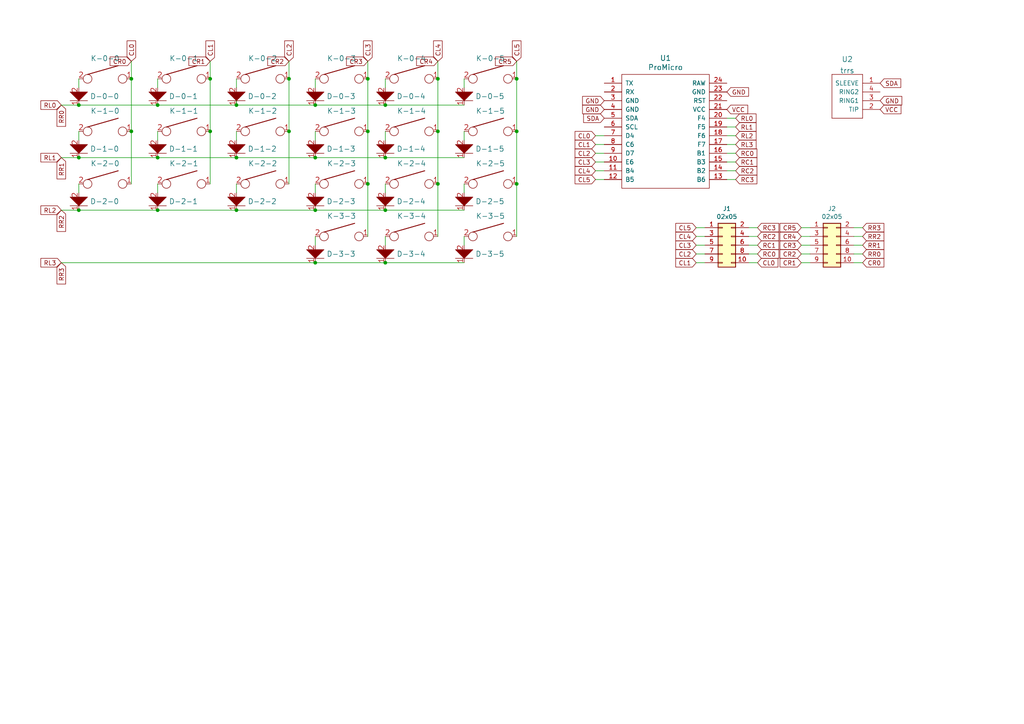
<source format=kicad_sch>
(kicad_sch (version 20211123) (generator eeschema)
  (paper "A4")
  (lib_symbols
    (symbol "kibod-01-rescue:D-keyboard_parts" (pin_names (offset 1.016))
      (property "Reference" "D" (at -3.81 -1.27 90))
      (symbol "D-keyboard_parts_0_1"
        (polyline (pts (xy -2.54 0) (xy 2.54 0)))
        (polyline (pts (xy 0 0) (xy -2.54 -2.54) (xy 2.54 -2.54) (xy 0 0)) (fill (type outline)))
      )
      (symbol "D-keyboard_parts_1_1"
        (pin passive line (at 0 1.27 270) (length 1.27) (name "~") (number "1"))
        (pin passive line (at 0 -3.81 90) (length 1.27) (name "~") (number "2"))
      )
    )
    (symbol "kibod-01-rescue:KEYSW-keyboard_parts" (pin_names (offset 1.016))
      (property "Reference" "K?" (at -1.27 0 0))
      (symbol "KEYSW-keyboard_parts_0_1"
        (circle (center -5.08 0) (radius 1.27))
        (polyline (pts (xy -5.08 1.27) (xy 3.81 3.81)) (stroke (width 0.254)))
        (circle (center 5.08 0) (radius 1.27))
      )
      (symbol "KEYSW-keyboard_parts_1_1"
        (pin passive line (at 7.62 0 180) (length 1.27) (name "~") (number "1"))
        (pin passive line (at -7.62 0 0) (length 1.27) (name "~") (number "2"))
      )
    )
    (symbol "kibod-01-rescue:ProMicro-promicro" (pin_names (offset 1.016))
      (property "Reference" "U" (at 0 24.13 0))
      (property "Value" "ProMicro-promicro" (at 0 -13.97 0))
      (symbol "ProMicro-promicro_0_1"
        (rectangle (start -12.7 21.59) (end 12.7 -11.43))
      )
      (symbol "ProMicro-promicro_1_1"
        (pin bidirectional line (at -17.78 19.05 0) (length 5.08) (name "TX") (number "1"))
        (pin bidirectional line (at -17.78 -3.81 0) (length 5.08) (name "E6") (number "10"))
        (pin bidirectional line (at -17.78 -6.35 0) (length 5.08) (name "B4") (number "11"))
        (pin bidirectional line (at -17.78 -8.89 0) (length 5.08) (name "B5") (number "12"))
        (pin bidirectional line (at 17.78 -8.89 180) (length 5.08) (name "B6") (number "13"))
        (pin bidirectional line (at 17.78 -6.35 180) (length 5.08) (name "B2") (number "14"))
        (pin bidirectional line (at 17.78 -3.81 180) (length 5.08) (name "B3") (number "15"))
        (pin bidirectional line (at 17.78 -1.27 180) (length 5.08) (name "B1") (number "16"))
        (pin bidirectional line (at 17.78 1.27 180) (length 5.08) (name "F7") (number "17"))
        (pin bidirectional line (at 17.78 3.81 180) (length 5.08) (name "F6") (number "18"))
        (pin bidirectional line (at 17.78 6.35 180) (length 5.08) (name "F5") (number "19"))
        (pin bidirectional line (at -17.78 16.51 0) (length 5.08) (name "RX") (number "2"))
        (pin bidirectional line (at 17.78 8.89 180) (length 5.08) (name "F4") (number "20"))
        (pin power_in line (at 17.78 11.43 180) (length 5.08) (name "VCC") (number "21"))
        (pin input line (at 17.78 13.97 180) (length 5.08) (name "RST") (number "22"))
        (pin power_in line (at 17.78 16.51 180) (length 5.08) (name "GND") (number "23"))
        (pin power_out line (at 17.78 19.05 180) (length 5.08) (name "RAW") (number "24"))
        (pin power_in line (at -17.78 13.97 0) (length 5.08) (name "GND") (number "3"))
        (pin power_in line (at -17.78 11.43 0) (length 5.08) (name "GND") (number "4"))
        (pin bidirectional line (at -17.78 8.89 0) (length 5.08) (name "SDA") (number "5"))
        (pin bidirectional line (at -17.78 6.35 0) (length 5.08) (name "SCL") (number "6"))
        (pin bidirectional line (at -17.78 3.81 0) (length 5.08) (name "D4") (number "7"))
        (pin bidirectional line (at -17.78 1.27 0) (length 5.08) (name "C6") (number "8"))
        (pin bidirectional line (at -17.78 -1.27 0) (length 5.08) (name "D7") (number "9"))
      )
    )
    (symbol "rick-kicad-lib:02x05" (pin_names (offset 1.016) hide)
      (property "Reference" "J" (at 1.27 7.62 0))
      (property "Value" "02x05" (at 1.27 -7.62 0))
      (symbol "02x05_1_1"
        (rectangle (start -1.27 -4.953) (end 0 -5.207) (stroke (width 0.1524)))
        (rectangle (start -1.27 -2.413) (end 0 -2.667) (stroke (width 0.1524)))
        (rectangle (start -1.27 0.127) (end 0 -0.127) (stroke (width 0.1524)))
        (rectangle (start -1.27 2.667) (end 0 2.413) (stroke (width 0.1524)))
        (rectangle (start -1.27 5.207) (end 0 4.953) (stroke (width 0.1524)))
        (rectangle (start -1.27 6.35) (end 3.81 -6.35) (stroke (width 0.254)) (fill (type background)))
        (rectangle (start 3.81 -4.953) (end 2.54 -5.207) (stroke (width 0.1524)))
        (rectangle (start 3.81 -2.413) (end 2.54 -2.667) (stroke (width 0.1524)))
        (rectangle (start 3.81 0.127) (end 2.54 -0.127) (stroke (width 0.1524)))
        (rectangle (start 3.81 2.667) (end 2.54 2.413) (stroke (width 0.1524)))
        (rectangle (start 3.81 5.207) (end 2.54 4.953) (stroke (width 0.1524)))
        (pin passive line (at -5.08 5.08 0) (length 3.81) (name "Pin_1") (number "1"))
        (pin passive line (at 7.62 -5.08 180) (length 3.81) (name "Pin_10") (number "10"))
        (pin passive line (at 7.62 5.08 180) (length 3.81) (name "Pin_2") (number "2"))
        (pin passive line (at -5.08 2.54 0) (length 3.81) (name "Pin_3") (number "3"))
        (pin passive line (at 7.62 2.54 180) (length 3.81) (name "Pin_4") (number "4"))
        (pin passive line (at -5.08 0 0) (length 3.81) (name "Pin_5") (number "5"))
        (pin passive line (at 7.62 0 180) (length 3.81) (name "Pin_6") (number "6"))
        (pin passive line (at -5.08 -2.54 0) (length 3.81) (name "Pin_7") (number "7"))
        (pin passive line (at 7.62 -2.54 180) (length 3.81) (name "Pin_8") (number "8"))
        (pin passive line (at -5.08 -5.08 0) (length 3.81) (name "Pin_9") (number "9"))
      )
    )
    (symbol "rick-kicad-lib:trrs" (pin_names (offset 1.016))
      (property "Reference" "U" (at 0 15.24 0))
      (property "Value" "trrs" (at 0 -2.54 0))
      (symbol "trrs_0_1"
        (rectangle (start -3.81 0) (end -3.81 12.7))
        (rectangle (start -3.81 12.7) (end 5.08 12.7))
        (rectangle (start 5.08 0) (end -3.81 0))
        (rectangle (start 5.08 12.7) (end 5.08 0))
      )
      (symbol "trrs_1_1"
        (pin input line (at -8.89 2.54 0) (length 5.08) (name "SLEEVE") (number "1"))
        (pin input line (at -8.89 10.16 0) (length 5.08) (name "TIP") (number "2"))
        (pin input line (at -8.89 7.62 0) (length 5.08) (name "RING1") (number "3"))
        (pin input line (at -8.89 5.08 0) (length 5.08) (name "RING2") (number "4"))
      )
    )
  )
  (junction (at 149.86 53.34))
  (junction (at 111.76 30.48))
  (junction (at 68.58 60.96))
  (junction (at 45.72 60.96))
  (junction (at 83.82 22.86))
  (junction (at 91.44 76.2))
  (junction (at 149.86 22.86))
  (junction (at 38.1 22.86))
  (junction (at 60.96 22.86))
  (junction (at 22.86 60.96))
  (junction (at 111.76 60.96))
  (junction (at 91.44 60.96))
  (junction (at 106.68 53.34))
  (junction (at 106.68 22.86))
  (junction (at 22.86 45.72))
  (junction (at 149.86 38.1))
  (junction (at 68.58 30.48))
  (junction (at 83.82 38.1))
  (junction (at 38.1 38.1))
  (junction (at 111.76 45.72))
  (junction (at 127 53.34))
  (junction (at 45.72 30.48))
  (junction (at 91.44 30.48))
  (junction (at 111.76 76.2))
  (junction (at 68.58 45.72))
  (junction (at 127 22.86))
  (junction (at 127 38.1))
  (junction (at 22.86 30.48))
  (junction (at 60.96 38.1))
  (junction (at 45.72 45.72))
  (junction (at 91.44 45.72))
  (junction (at 106.68 38.1))
  (wire (pts (xy 175.26 41.91) (xy 172.72 41.91)))
  (wire (pts (xy 149.86 53.34) (xy 149.86 68.58)))
  (wire (pts (xy 106.68 22.86) (xy 106.68 38.1)))
  (wire (pts (xy 22.86 53.34) (xy 22.86 55.88)))
  (wire (pts (xy 22.86 22.86) (xy 22.86 25.4)))
  (wire (pts (xy 83.82 17.78) (xy 83.82 22.86)))
  (wire (pts (xy 213.36 52.07) (xy 210.82 52.07)))
  (wire (pts (xy 111.76 22.86) (xy 111.76 25.4)))
  (wire (pts (xy 111.76 38.1) (xy 111.76 40.64)))
  (wire (pts (xy 111.76 68.58) (xy 111.76 71.12)))
  (wire (pts (xy 210.82 49.53) (xy 213.36 49.53)))
  (wire (pts (xy 45.72 53.34) (xy 45.72 55.88)))
  (wire (pts (xy 234.95 76.2) (xy 232.41 76.2)))
  (wire (pts (xy 60.96 38.1) (xy 60.96 53.34)))
  (wire (pts (xy 234.95 71.12) (xy 232.41 71.12)))
  (wire (pts (xy 250.19 71.12) (xy 247.65 71.12)))
  (wire (pts (xy 91.44 60.96) (xy 111.76 60.96)))
  (wire (pts (xy 45.72 60.96) (xy 68.58 60.96)))
  (wire (pts (xy 45.72 30.48) (xy 68.58 30.48)))
  (wire (pts (xy 149.86 17.78) (xy 149.86 22.86)))
  (wire (pts (xy 213.36 41.91) (xy 210.82 41.91)))
  (wire (pts (xy 91.44 68.58) (xy 91.44 71.12)))
  (wire (pts (xy 91.44 76.2) (xy 111.76 76.2)))
  (wire (pts (xy 45.72 38.1) (xy 45.72 40.64)))
  (wire (pts (xy 172.72 52.07) (xy 175.26 52.07)))
  (wire (pts (xy 83.82 22.86) (xy 83.82 38.1)))
  (wire (pts (xy 106.68 53.34) (xy 106.68 68.58)))
  (wire (pts (xy 68.58 22.86) (xy 68.58 25.4)))
  (wire (pts (xy 134.62 68.58) (xy 134.62 71.12)))
  (wire (pts (xy 106.68 53.34) (xy 106.68 38.1)))
  (wire (pts (xy 91.44 53.34) (xy 91.44 55.88)))
  (wire (pts (xy 17.78 76.2) (xy 91.44 76.2)))
  (wire (pts (xy 111.76 53.34) (xy 111.76 55.88)))
  (wire (pts (xy 219.71 66.04) (xy 217.17 66.04)))
  (wire (pts (xy 68.58 60.96) (xy 91.44 60.96)))
  (wire (pts (xy 217.17 73.66) (xy 219.71 73.66)))
  (wire (pts (xy 172.72 49.53) (xy 175.26 49.53)))
  (wire (pts (xy 111.76 76.2) (xy 134.62 76.2)))
  (wire (pts (xy 17.78 30.48) (xy 22.86 30.48)))
  (wire (pts (xy 127 38.1) (xy 127 53.34)))
  (wire (pts (xy 210.82 44.45) (xy 213.36 44.45)))
  (wire (pts (xy 219.71 76.2) (xy 217.17 76.2)))
  (wire (pts (xy 91.44 30.48) (xy 111.76 30.48)))
  (wire (pts (xy 201.93 68.58) (xy 204.47 68.58)))
  (wire (pts (xy 38.1 53.34) (xy 38.1 38.1)))
  (wire (pts (xy 83.82 53.34) (xy 83.82 38.1)))
  (wire (pts (xy 250.19 66.04) (xy 247.65 66.04)))
  (wire (pts (xy 111.76 30.48) (xy 134.62 30.48)))
  (wire (pts (xy 91.44 45.72) (xy 111.76 45.72)))
  (wire (pts (xy 22.86 38.1) (xy 22.86 40.64)))
  (wire (pts (xy 127 17.78) (xy 127 22.86)))
  (wire (pts (xy 219.71 71.12) (xy 217.17 71.12)))
  (wire (pts (xy 172.72 44.45) (xy 175.26 44.45)))
  (wire (pts (xy 213.36 46.99) (xy 210.82 46.99)))
  (wire (pts (xy 134.62 22.86) (xy 134.62 25.4)))
  (wire (pts (xy 149.86 38.1) (xy 149.86 53.34)))
  (wire (pts (xy 22.86 60.96) (xy 17.78 60.96)))
  (wire (pts (xy 149.86 22.86) (xy 149.86 38.1)))
  (wire (pts (xy 106.68 17.78) (xy 106.68 22.86)))
  (wire (pts (xy 175.26 46.99) (xy 172.72 46.99)))
  (wire (pts (xy 134.62 53.34) (xy 134.62 55.88)))
  (wire (pts (xy 172.72 39.37) (xy 175.26 39.37)))
  (wire (pts (xy 22.86 30.48) (xy 45.72 30.48)))
  (wire (pts (xy 213.36 36.83) (xy 210.82 36.83)))
  (wire (pts (xy 134.62 38.1) (xy 134.62 40.64)))
  (wire (pts (xy 22.86 45.72) (xy 17.78 45.72)))
  (wire (pts (xy 204.47 66.04) (xy 201.93 66.04)))
  (wire (pts (xy 250.19 68.58) (xy 247.65 68.58)))
  (wire (pts (xy 38.1 22.86) (xy 38.1 17.78)))
  (wire (pts (xy 232.41 73.66) (xy 234.95 73.66)))
  (wire (pts (xy 204.47 71.12) (xy 201.93 71.12)))
  (wire (pts (xy 127 22.86) (xy 127 38.1)))
  (wire (pts (xy 91.44 38.1) (xy 91.44 40.64)))
  (wire (pts (xy 201.93 73.66) (xy 204.47 73.66)))
  (wire (pts (xy 250.19 76.2) (xy 247.65 76.2)))
  (wire (pts (xy 204.47 76.2) (xy 201.93 76.2)))
  (wire (pts (xy 68.58 29.21) (xy 68.58 30.48)))
  (wire (pts (xy 210.82 39.37) (xy 213.36 39.37)))
  (wire (pts (xy 45.72 22.86) (xy 45.72 25.4)))
  (wire (pts (xy 217.17 68.58) (xy 219.71 68.58)))
  (wire (pts (xy 91.44 45.72) (xy 68.58 45.72)))
  (wire (pts (xy 38.1 22.86) (xy 38.1 38.1)))
  (wire (pts (xy 127 53.34) (xy 127 68.58)))
  (wire (pts (xy 111.76 60.96) (xy 134.62 60.96)))
  (wire (pts (xy 111.76 45.72) (xy 134.62 45.72)))
  (wire (pts (xy 60.96 22.86) (xy 60.96 38.1)))
  (wire (pts (xy 234.95 66.04) (xy 232.41 66.04)))
  (wire (pts (xy 68.58 53.34) (xy 68.58 55.88)))
  (wire (pts (xy 60.96 22.86) (xy 60.96 17.78)))
  (wire (pts (xy 232.41 68.58) (xy 234.95 68.58)))
  (wire (pts (xy 22.86 45.72) (xy 45.72 45.72)))
  (wire (pts (xy 91.44 22.86) (xy 91.44 25.4)))
  (wire (pts (xy 210.82 34.29) (xy 213.36 34.29)))
  (wire (pts (xy 68.58 38.1) (xy 68.58 40.64)))
  (wire (pts (xy 45.72 45.72) (xy 68.58 45.72)))
  (wire (pts (xy 22.86 60.96) (xy 45.72 60.96)))
  (wire (pts (xy 250.19 73.66) (xy 247.65 73.66)))
  (wire (pts (xy 68.58 30.48) (xy 91.44 30.48)))
  (global_label "RR0" (shape input) (at 250.19 73.66 0) (property "Intersheet References" "${INTERSHEET_REFS}" (effects hide)))
  (global_label "SDA" (shape input) (at 255.27 24.13 0) (property "Intersheet References" "${INTERSHEET_REFS}" (effects hide)))
  (global_label "RL3" (shape input) (at 213.36 41.91 0) (property "Intersheet References" "${INTERSHEET_REFS}" (effects hide)))
  (global_label "RL2" (shape input) (at 17.78 60.96 180) (property "Intersheet References" "${INTERSHEET_REFS}" (effects hide)))
  (global_label "RR3" (shape input) (at 17.78 76.2 270) (property "Intersheet References" "${INTERSHEET_REFS}" (effects hide)))
  (global_label "CR1" (shape input) (at 232.41 76.2 180) (property "Intersheet References" "${INTERSHEET_REFS}" (effects hide)))
  (global_label "RL1" (shape input) (at 213.36 36.83 0) (property "Intersheet References" "${INTERSHEET_REFS}" (effects hide)))
  (global_label "CR3" (shape input) (at 106.68 17.78 180) (property "Intersheet References" "${INTERSHEET_REFS}" (effects hide)))
  (global_label "GND" (shape input) (at 255.27 29.21 0) (property "Intersheet References" "${INTERSHEET_REFS}" (effects hide)))
  (global_label "CR0" (shape input) (at 38.1 17.78 180) (property "Intersheet References" "${INTERSHEET_REFS}" (effects hide)))
  (global_label "VCC" (shape input) (at 255.27 31.75 0) (property "Intersheet References" "${INTERSHEET_REFS}" (effects hide)))
  (global_label "CR2" (shape input) (at 83.82 17.78 180) (property "Intersheet References" "${INTERSHEET_REFS}" (effects hide)))
  (global_label "RL2" (shape input) (at 213.36 39.37 0) (property "Intersheet References" "${INTERSHEET_REFS}" (effects hide)))
  (global_label "CL5" (shape input) (at 201.93 66.04 180) (property "Intersheet References" "${INTERSHEET_REFS}" (effects hide)))
  (global_label "RR3" (shape input) (at 250.19 66.04 0) (property "Intersheet References" "${INTERSHEET_REFS}" (effects hide)))
  (global_label "CR4" (shape input) (at 127 17.78 180) (property "Intersheet References" "${INTERSHEET_REFS}" (effects hide)))
  (global_label "CR5" (shape input) (at 149.86 17.78 180) (property "Intersheet References" "${INTERSHEET_REFS}" (effects hide)))
  (global_label "GND" (shape input) (at 175.26 31.75 180) (property "Intersheet References" "${INTERSHEET_REFS}" (effects hide)))
  (global_label "CL2" (shape input) (at 172.72 44.45 180) (property "Intersheet References" "${INTERSHEET_REFS}" (effects hide)))
  (global_label "CL3" (shape input) (at 201.93 71.12 180) (property "Intersheet References" "${INTERSHEET_REFS}" (effects hide)))
  (global_label "RC0" (shape input) (at 213.36 44.45 0) (property "Intersheet References" "${INTERSHEET_REFS}" (effects hide)))
  (global_label "CL1" (shape input) (at 60.96 17.78 90) (property "Intersheet References" "${INTERSHEET_REFS}" (effects hide)))
  (global_label "CL0" (shape input) (at 38.1 17.78 90) (property "Intersheet References" "${INTERSHEET_REFS}" (effects hide)))
  (global_label "GND" (shape input) (at 175.26 29.21 180) (property "Intersheet References" "${INTERSHEET_REFS}" (effects hide)))
  (global_label "CR3" (shape input) (at 232.41 71.12 180) (property "Intersheet References" "${INTERSHEET_REFS}" (effects hide)))
  (global_label "CR1" (shape input) (at 60.96 17.78 180) (property "Intersheet References" "${INTERSHEET_REFS}" (effects hide)))
  (global_label "SDA" (shape input) (at 175.26 34.29 180) (property "Intersheet References" "${INTERSHEET_REFS}" (effects hide)))
  (global_label "RR2" (shape input) (at 17.78 60.96 270) (property "Intersheet References" "${INTERSHEET_REFS}" (effects hide)))
  (global_label "GND" (shape input) (at 210.82 26.67 0) (property "Intersheet References" "${INTERSHEET_REFS}" (effects hide)))
  (global_label "RR0" (shape input) (at 17.78 30.48 270) (property "Intersheet References" "${INTERSHEET_REFS}" (effects hide)))
  (global_label "CL1" (shape input) (at 201.93 76.2 180) (property "Intersheet References" "${INTERSHEET_REFS}" (effects hide)))
  (global_label "CL5" (shape input) (at 149.86 17.78 90) (property "Intersheet References" "${INTERSHEET_REFS}" (effects hide)))
  (global_label "CL3" (shape input) (at 106.68 17.78 90) (property "Intersheet References" "${INTERSHEET_REFS}" (effects hide)))
  (global_label "RC0" (shape input) (at 219.71 73.66 0) (property "Intersheet References" "${INTERSHEET_REFS}" (effects hide)))
  (global_label "CL2" (shape input) (at 201.93 73.66 180) (property "Intersheet References" "${INTERSHEET_REFS}" (effects hide)))
  (global_label "CR4" (shape input) (at 232.41 68.58 180) (property "Intersheet References" "${INTERSHEET_REFS}" (effects hide)))
  (global_label "CL2" (shape input) (at 83.82 17.78 90) (property "Intersheet References" "${INTERSHEET_REFS}" (effects hide)))
  (global_label "CL0" (shape input) (at 219.71 76.2 0) (property "Intersheet References" "${INTERSHEET_REFS}" (effects hide)))
  (global_label "CL1" (shape input) (at 172.72 41.91 180) (property "Intersheet References" "${INTERSHEET_REFS}" (effects hide)))
  (global_label "CR2" (shape input) (at 232.41 73.66 180) (property "Intersheet References" "${INTERSHEET_REFS}" (effects hide)))
  (global_label "RL3" (shape input) (at 17.78 76.2 180) (property "Intersheet References" "${INTERSHEET_REFS}" (effects hide)))
  (global_label "RC2" (shape input) (at 213.36 49.53 0) (property "Intersheet References" "${INTERSHEET_REFS}" (effects hide)))
  (global_label "RL0" (shape input) (at 17.78 30.48 180) (property "Intersheet References" "${INTERSHEET_REFS}" (effects hide)))
  (global_label "CL3" (shape input) (at 172.72 46.99 180) (property "Intersheet References" "${INTERSHEET_REFS}" (effects hide)))
  (global_label "VCC" (shape input) (at 210.82 31.75 0) (property "Intersheet References" "${INTERSHEET_REFS}" (effects hide)))
  (global_label "CL0" (shape input) (at 172.72 39.37 180) (property "Intersheet References" "${INTERSHEET_REFS}" (effects hide)))
  (global_label "CL4" (shape input) (at 172.72 49.53 180) (property "Intersheet References" "${INTERSHEET_REFS}" (effects hide)))
  (global_label "RC3" (shape input) (at 213.36 52.07 0) (property "Intersheet References" "${INTERSHEET_REFS}" (effects hide)))
  (global_label "RC2" (shape input) (at 219.71 68.58 0) (property "Intersheet References" "${INTERSHEET_REFS}" (effects hide)))
  (global_label "RL0" (shape input) (at 213.36 34.29 0) (property "Intersheet References" "${INTERSHEET_REFS}" (effects hide)))
  (global_label "RR1" (shape input) (at 250.19 71.12 0) (property "Intersheet References" "${INTERSHEET_REFS}" (effects hide)))
  (global_label "RR2" (shape input) (at 250.19 68.58 0) (property "Intersheet References" "${INTERSHEET_REFS}" (effects hide)))
  (global_label "CL5" (shape input) (at 172.72 52.07 180) (property "Intersheet References" "${INTERSHEET_REFS}" (effects hide)))
  (global_label "RC3" (shape input) (at 219.71 66.04 0) (property "Intersheet References" "${INTERSHEET_REFS}" (effects hide)))
  (global_label "RL1" (shape input) (at 17.78 45.72 180) (property "Intersheet References" "${INTERSHEET_REFS}" (effects hide)))
  (global_label "CR5" (shape input) (at 232.41 66.04 180) (property "Intersheet References" "${INTERSHEET_REFS}" (effects hide)))
  (global_label "RR1" (shape input) (at 17.78 45.72 270) (property "Intersheet References" "${INTERSHEET_REFS}" (effects hide)))
  (global_label "CL4" (shape input) (at 201.93 68.58 180) (property "Intersheet References" "${INTERSHEET_REFS}" (effects hide)))
  (global_label "RC1" (shape input) (at 213.36 46.99 0) (property "Intersheet References" "${INTERSHEET_REFS}" (effects hide)))
  (global_label "CL4" (shape input) (at 127 17.78 90) (property "Intersheet References" "${INTERSHEET_REFS}" (effects hide)))
  (global_label "CR0" (shape input) (at 250.19 76.2 0) (property "Intersheet References" "${INTERSHEET_REFS}" (effects hide)))
  (global_label "RC1" (shape input) (at 219.71 71.12 0) (property "Intersheet References" "${INTERSHEET_REFS}" (effects hide)))
  (symbol (lib_id "kibod-01-rescue:KEYSW-keyboard_parts") (at 30.48 22.86 0) (unit 1)
    (property "Reference" "K-0-0" (at 30.48 16.9418 0) (effects (font (size 1.524 1.524))))
    (property "Value" "KEYSW" (effects hide))
    (property "Footprint" "footprints:100-minimal-no-3d" (effects hide))
  )
  (symbol (lib_id "kibod-01-rescue:D-keyboard_parts") (at 22.86 29.21 180) (unit 1)
    (property "Reference" "D-0-0" (at 26.1112 27.94 0) (effects (font (size 1.524 1.524)) (justify right)))
    (property "Value" "D" (effects hide))
    (property "Footprint" "footprints:diode-vertical" (effects hide))
  )
  (symbol (lib_id "kibod-01-rescue:KEYSW-keyboard_parts") (at 53.34 22.86 0) (unit 1)
    (property "Reference" "K-0-1" (at 53.34 16.9418 0) (effects (font (size 1.524 1.524))))
    (property "Value" "KEYSW" (effects hide))
    (property "Footprint" "footprints:100-minimal-no-3d" (effects hide))
  )
  (symbol (lib_id "kibod-01-rescue:D-keyboard_parts") (at 45.72 29.21 180) (unit 1)
    (property "Reference" "D-0-1" (at 48.9712 27.94 0) (effects (font (size 1.524 1.524)) (justify right)))
    (property "Value" "D" (effects hide))
    (property "Footprint" "footprints:diode-vertical" (effects hide))
  )
  (symbol (lib_id "kibod-01-rescue:KEYSW-keyboard_parts") (at 30.48 38.1 0) (unit 1)
    (property "Reference" "K-1-0" (at 30.48 32.1818 0) (effects (font (size 1.524 1.524))))
    (property "Value" "KEYSW" (effects hide))
    (property "Footprint" "footprints:100-minimal-no-3d" (effects hide))
  )
  (symbol (lib_id "kibod-01-rescue:D-keyboard_parts") (at 22.86 44.45 180) (unit 1)
    (property "Reference" "D-1-0" (at 26.1112 43.18 0) (effects (font (size 1.524 1.524)) (justify right)))
    (property "Value" "D" (effects hide))
    (property "Footprint" "footprints:diode-vertical" (effects hide))
  )
  (symbol (lib_id "kibod-01-rescue:KEYSW-keyboard_parts") (at 53.34 38.1 0) (unit 1)
    (property "Reference" "K-1-1" (at 53.34 32.1818 0) (effects (font (size 1.524 1.524))))
    (property "Value" "KEYSW" (effects hide))
    (property "Footprint" "footprints:100-minimal-no-3d" (effects hide))
  )
  (symbol (lib_id "kibod-01-rescue:D-keyboard_parts") (at 45.72 44.45 180) (unit 1)
    (property "Reference" "D-1-1" (at 48.9712 43.18 0) (effects (font (size 1.524 1.524)) (justify right)))
    (property "Value" "D" (effects hide))
    (property "Footprint" "footprints:diode-vertical" (effects hide))
  )
  (symbol (lib_id "kibod-01-rescue:KEYSW-keyboard_parts") (at 76.2 22.86 0) (unit 1)
    (property "Reference" "K-0-2" (at 76.2 16.9418 0) (effects (font (size 1.524 1.524))))
    (property "Value" "KEYSW" (effects hide))
    (property "Footprint" "footprints:100-minimal-no-3d" (effects hide))
  )
  (symbol (lib_id "kibod-01-rescue:D-keyboard_parts") (at 68.58 29.21 180) (unit 1)
    (property "Reference" "D-0-2" (at 71.8312 27.94 0) (effects (font (size 1.524 1.524)) (justify right)))
    (property "Value" "D" (effects hide))
    (property "Footprint" "footprints:diode-vertical" (effects hide))
  )
  (symbol (lib_id "kibod-01-rescue:KEYSW-keyboard_parts") (at 99.06 22.86 0) (unit 1)
    (property "Reference" "K-0-3" (at 99.06 16.9418 0) (effects (font (size 1.524 1.524))))
    (property "Value" "KEYSW" (effects hide))
    (property "Footprint" "footprints:100-minimal-no-3d" (effects hide))
  )
  (symbol (lib_id "kibod-01-rescue:D-keyboard_parts") (at 91.44 29.21 180) (unit 1)
    (property "Reference" "D-0-3" (at 94.6912 27.94 0) (effects (font (size 1.524 1.524)) (justify right)))
    (property "Value" "D" (effects hide))
    (property "Footprint" "footprints:diode-vertical" (effects hide))
  )
  (symbol (lib_id "kibod-01-rescue:KEYSW-keyboard_parts") (at 76.2 38.1 0) (unit 1)
    (property "Reference" "K-1-2" (at 76.2 32.1818 0) (effects (font (size 1.524 1.524))))
    (property "Value" "KEYSW" (effects hide))
    (property "Footprint" "footprints:100-minimal-no-3d" (effects hide))
  )
  (symbol (lib_id "kibod-01-rescue:D-keyboard_parts") (at 68.58 44.45 180) (unit 1)
    (property "Reference" "D-1-2" (at 71.8312 43.18 0) (effects (font (size 1.524 1.524)) (justify right)))
    (property "Value" "D" (effects hide))
    (property "Footprint" "footprints:diode-vertical" (effects hide))
  )
  (symbol (lib_id "kibod-01-rescue:KEYSW-keyboard_parts") (at 99.06 38.1 0) (unit 1)
    (property "Reference" "K-1-3" (at 99.06 32.1818 0) (effects (font (size 1.524 1.524))))
    (property "Value" "KEYSW" (effects hide))
    (property "Footprint" "footprints:100-minimal-no-3d" (effects hide))
  )
  (symbol (lib_id "kibod-01-rescue:D-keyboard_parts") (at 91.44 44.45 180) (unit 1)
    (property "Reference" "D-1-3" (at 94.6912 43.18 0) (effects (font (size 1.524 1.524)) (justify right)))
    (property "Value" "D" (effects hide))
    (property "Footprint" "footprints:diode-vertical" (effects hide))
  )
  (symbol (lib_id "kibod-01-rescue:KEYSW-keyboard_parts") (at 30.48 53.34 0) (unit 1)
    (property "Reference" "K-2-0" (at 30.48 47.4218 0) (effects (font (size 1.524 1.524))))
    (property "Value" "KEYSW" (effects hide))
    (property "Footprint" "footprints:100-minimal-no-3d" (effects hide))
  )
  (symbol (lib_id "kibod-01-rescue:D-keyboard_parts") (at 22.86 59.69 180) (unit 1)
    (property "Reference" "D-2-0" (at 26.1112 58.42 0) (effects (font (size 1.524 1.524)) (justify right)))
    (property "Value" "D" (effects hide))
    (property "Footprint" "footprints:diode-vertical" (effects hide))
  )
  (symbol (lib_id "kibod-01-rescue:KEYSW-keyboard_parts") (at 53.34 53.34 0) (unit 1)
    (property "Reference" "K-2-1" (at 53.34 47.4218 0) (effects (font (size 1.524 1.524))))
    (property "Value" "KEYSW" (effects hide))
    (property "Footprint" "footprints:100-minimal-no-3d" (effects hide))
  )
  (symbol (lib_id "kibod-01-rescue:D-keyboard_parts") (at 45.72 59.69 180) (unit 1)
    (property "Reference" "D-2-1" (at 48.9712 58.42 0) (effects (font (size 1.524 1.524)) (justify right)))
    (property "Value" "D" (effects hide))
    (property "Footprint" "footprints:diode-vertical" (effects hide))
  )
  (symbol (lib_id "kibod-01-rescue:KEYSW-keyboard_parts") (at 142.24 68.58 0) (unit 1)
    (property "Reference" "K-3-5" (at 142.24 62.6618 0) (effects (font (size 1.524 1.524))))
    (property "Value" "KEYSW" (effects hide))
    (property "Footprint" "footprints:100-minimal-no-3d" (effects hide))
  )
  (symbol (lib_id "kibod-01-rescue:D-keyboard_parts") (at 134.62 74.93 180) (unit 1)
    (property "Reference" "D-3-5" (at 137.8712 73.66 0) (effects (font (size 1.524 1.524)) (justify right)))
    (property "Value" "D" (effects hide))
    (property "Footprint" "footprints:diode-vertical" (effects hide))
  )
  (symbol (lib_id "kibod-01-rescue:KEYSW-keyboard_parts") (at 76.2 53.34 0) (unit 1)
    (property "Reference" "K-2-2" (at 76.2 47.4218 0) (effects (font (size 1.524 1.524))))
    (property "Value" "KEYSW" (effects hide))
    (property "Footprint" "footprints:100-minimal-no-3d" (effects hide))
  )
  (symbol (lib_id "kibod-01-rescue:D-keyboard_parts") (at 68.58 59.69 180) (unit 1)
    (property "Reference" "D-2-2" (at 71.8312 58.42 0) (effects (font (size 1.524 1.524)) (justify right)))
    (property "Value" "D" (effects hide))
    (property "Footprint" "footprints:diode-vertical" (effects hide))
  )
  (symbol (lib_id "kibod-01-rescue:KEYSW-keyboard_parts") (at 99.06 53.34 0) (unit 1)
    (property "Reference" "K-2-3" (at 99.06 47.4218 0) (effects (font (size 1.524 1.524))))
    (property "Value" "KEYSW" (effects hide))
    (property "Footprint" "footprints:100-minimal-no-3d" (effects hide))
  )
  (symbol (lib_id "kibod-01-rescue:D-keyboard_parts") (at 91.44 59.69 180) (unit 1)
    (property "Reference" "D-2-3" (at 94.6912 58.42 0) (effects (font (size 1.524 1.524)) (justify right)))
    (property "Value" "D" (effects hide))
    (property "Footprint" "footprints:diode-vertical" (effects hide))
  )
  (symbol (lib_id "kibod-01-rescue:KEYSW-keyboard_parts") (at 119.38 22.86 0) (unit 1)
    (property "Reference" "K-0-4" (at 119.38 16.9418 0) (effects (font (size 1.524 1.524))))
    (property "Value" "KEYSW" (effects hide))
    (property "Footprint" "footprints:100-minimal-no-3d" (effects hide))
  )
  (symbol (lib_id "kibod-01-rescue:D-keyboard_parts") (at 111.76 29.21 180) (unit 1)
    (property "Reference" "D-0-4" (at 115.0112 27.94 0) (effects (font (size 1.524 1.524)) (justify right)))
    (property "Value" "D" (effects hide))
    (property "Footprint" "footprints:diode-vertical" (effects hide))
  )
  (symbol (lib_id "kibod-01-rescue:KEYSW-keyboard_parts") (at 142.24 22.86 0) (unit 1)
    (property "Reference" "K-0-5" (at 142.24 16.9418 0) (effects (font (size 1.524 1.524))))
    (property "Value" "KEYSW" (effects hide))
    (property "Footprint" "footprints:100-minimal-no-3d" (effects hide))
  )
  (symbol (lib_id "kibod-01-rescue:D-keyboard_parts") (at 134.62 29.21 180) (unit 1)
    (property "Reference" "D-0-5" (at 137.8712 27.94 0) (effects (font (size 1.524 1.524)) (justify right)))
    (property "Value" "D" (effects hide))
    (property "Footprint" "footprints:diode-vertical" (effects hide))
  )
  (symbol (lib_id "kibod-01-rescue:KEYSW-keyboard_parts") (at 119.38 38.1 0) (unit 1)
    (property "Reference" "K-1-4" (at 119.38 32.1818 0) (effects (font (size 1.524 1.524))))
    (property "Value" "KEYSW" (effects hide))
    (property "Footprint" "footprints:100-minimal-no-3d" (effects hide))
  )
  (symbol (lib_id "kibod-01-rescue:D-keyboard_parts") (at 111.76 44.45 180) (unit 1)
    (property "Reference" "D-1-4" (at 115.0112 43.18 0) (effects (font (size 1.524 1.524)) (justify right)))
    (property "Value" "D" (effects hide))
    (property "Footprint" "footprints:diode-vertical" (effects hide))
  )
  (symbol (lib_id "kibod-01-rescue:KEYSW-keyboard_parts") (at 142.24 38.1 0) (unit 1)
    (property "Reference" "K-1-5" (at 142.24 32.1818 0) (effects (font (size 1.524 1.524))))
    (property "Value" "KEYSW" (effects hide))
    (property "Footprint" "footprints:100-minimal-no-3d" (effects hide))
  )
  (symbol (lib_id "kibod-01-rescue:D-keyboard_parts") (at 134.62 44.45 180) (unit 1)
    (property "Reference" "D-1-5" (at 137.8712 43.18 0) (effects (font (size 1.524 1.524)) (justify right)))
    (property "Value" "D" (effects hide))
    (property "Footprint" "footprints:diode-vertical" (effects hide))
  )
  (symbol (lib_id "kibod-01-rescue:KEYSW-keyboard_parts") (at 119.38 53.34 0) (unit 1)
    (property "Reference" "K-2-4" (at 119.38 47.4218 0) (effects (font (size 1.524 1.524))))
    (property "Value" "KEYSW" (effects hide))
    (property "Footprint" "footprints:100-minimal-no-3d" (effects hide))
  )
  (symbol (lib_id "kibod-01-rescue:D-keyboard_parts") (at 111.76 59.69 180) (unit 1)
    (property "Reference" "D-2-4" (at 115.0112 58.42 0) (effects (font (size 1.524 1.524)) (justify right)))
    (property "Value" "D" (effects hide))
    (property "Footprint" "footprints:diode-vertical" (effects hide))
  )
  (symbol (lib_id "kibod-01-rescue:KEYSW-keyboard_parts") (at 142.24 53.34 0) (unit 1)
    (property "Reference" "K-2-5" (at 142.24 47.4218 0) (effects (font (size 1.524 1.524))))
    (property "Value" "KEYSW" (effects hide))
    (property "Footprint" "footprints:100-minimal-no-3d" (effects hide))
  )
  (symbol (lib_id "kibod-01-rescue:D-keyboard_parts") (at 134.62 59.69 180) (unit 1)
    (property "Reference" "D-2-5" (at 137.8712 58.42 0) (effects (font (size 1.524 1.524)) (justify right)))
    (property "Value" "D" (effects hide))
    (property "Footprint" "footprints:diode-vertical" (effects hide))
  )
  (symbol (lib_id "kibod-01-rescue:KEYSW-keyboard_parts") (at 99.06 68.58 0) (unit 1)
    (property "Reference" "K-3-3" (at 99.06 62.6618 0) (effects (font (size 1.524 1.524))))
    (property "Value" "KEYSW" (effects hide))
    (property "Footprint" "footprints:100-minimal-no-3d" (effects hide))
  )
  (symbol (lib_id "kibod-01-rescue:D-keyboard_parts") (at 91.44 74.93 180) (unit 1)
    (property "Reference" "D-3-3" (at 94.6912 73.66 0) (effects (font (size 1.524 1.524)) (justify right)))
    (property "Value" "D" (effects hide))
    (property "Footprint" "footprints:diode-vertical" (effects hide))
  )
  (symbol (lib_id "kibod-01-rescue:KEYSW-keyboard_parts") (at 119.38 68.58 0) (unit 1)
    (property "Reference" "K-3-4" (at 119.38 62.6618 0) (effects (font (size 1.524 1.524))))
    (property "Value" "KEYSW" (effects hide))
    (property "Footprint" "footprints:100-minimal-no-3d" (effects hide))
  )
  (symbol (lib_id "kibod-01-rescue:D-keyboard_parts") (at 111.76 74.93 180) (unit 1)
    (property "Reference" "D-3-4" (at 115.0112 73.66 0) (effects (font (size 1.524 1.524)) (justify right)))
    (property "Value" "D" (effects hide))
    (property "Footprint" "footprints:diode-vertical" (effects hide))
  )
  (symbol (lib_id "kibod-01-rescue:ProMicro-promicro") (at 193.04 43.18 0) (unit 1)
    (property "Reference" "U1" (at 193.04 16.8402 0) (effects (font (size 1.524 1.524))))
    (property "Value" "ProMicro" (at 193.04 19.5326 0) (effects (font (size 1.524 1.524))))
    (property "Footprint" "footprints:promicro" (effects hide))
  )
  (symbol (lib_id "rick-kicad-lib:02x05") (at 240.03 71.12 0) (unit 1)
    (property "Reference" "J2" (at 241.3 60.5282 0))
    (property "Value" "02x05" (at 241.3 62.8396 0))
    (property "Footprint" "footprints:connector-shrouded" (effects hide))
  )
  (symbol (lib_id "rick-kicad-lib:02x05") (at 209.55 71.12 0) (unit 1)
    (property "Reference" "J1" (at 210.82 60.5282 0))
    (property "Value" "02x05" (at 210.82 62.8396 0))
    (property "Footprint" "footprints:connector-shrouded" (effects hide))
  )
  (symbol (lib_id "rick-kicad-lib:trrs") (at 246.38 21.59 180) (unit 1)
    (property "Reference" "U2" (at 245.745 17.1861 0) (effects (font (size 1.524 1.524))))
    (property "Value" "trrs" (at 245.745 20.4651 0) (effects (font (size 1.524 1.524))))
    (property "Footprint" "footprints:trrs" (effects hide))
  )
)
</source>
